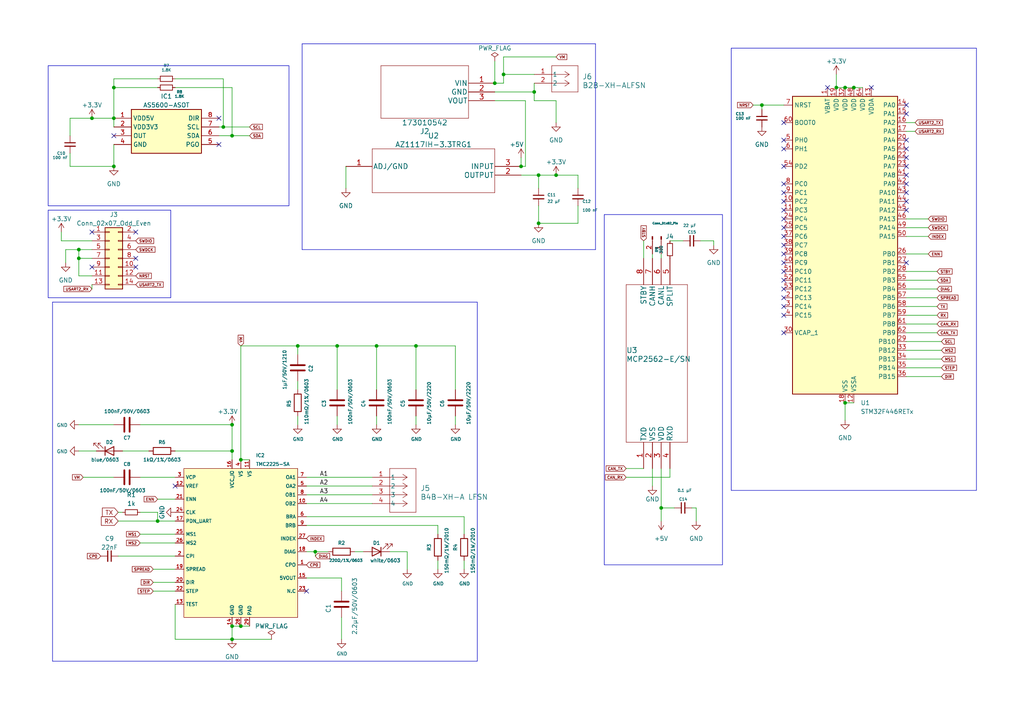
<source format=kicad_sch>
(kicad_sch (version 20230121) (generator eeschema)
  (paper "A4")
  (lib_symbols
    (symbol "2023-05-09_15-04-19:173010542" (pin_names (offset 0.254))
      (property "Reference" "J2" (at 20.32 -13.97 0))
      (property "Value" "173010542" (at 20.32 -11.43 0))
      (symbol "173010542_1_1"
        (pin power_in line (at 0 0 0) (length 7.62) (name "VIN") (number "1"))
        (pin power_in line (at 0 -2.54 0) (length 7.62) (name "GND") (number "2"))
        (pin power_out line (at 0 -5.08 0) (length 7.62) (name "VOUT") (number "3"))
      )
    )
    (symbol "2023-05-16_12-32-42:B2B-XH-ALFSN" (pin_names (offset 0.254))
      (property "Reference" "J" (at 8.89 6.35 0))
      (property "Value" "B2B-XH-ALFSN" (at 0 0 0))
      (symbol "B2B-XH-ALFSN_1_1"
        (pin unspecified line (at 0 0 0) (length 5.08) (name "1") (number "1"))
        (pin unspecified line (at 0 -2.54 0) (length 5.08) (name "2") (number "2"))
      )
      (symbol "B2B-XH-ALFSN_1_2"
        (pin unspecified line (at 0 0 0) (length 5.08) (name "1") (number "1"))
        (pin unspecified line (at 0 -2.54 0) (length 5.08) (name "2") (number "2"))
      )
    )
    (symbol "AS5600:AS5600-ASOT"
      (property "Reference" "IC" (at 26.67 7.62 0))
      (property "Value" "AS5600-ASOT" (at 26.67 5.08 0))
      (symbol "AS5600-ASOT_1_1"
        (pin passive line (at 0 0 0) (length 5.08) (name "VDD5V") (number "1"))
        (pin passive line (at 0 -2.54 0) (length 5.08) (name "VDD3V3") (number "2"))
        (pin passive line (at 0 -5.08 0) (length 5.08) (name "OUT") (number "3"))
        (pin passive line (at 0 -7.62 0) (length 5.08) (name "GND") (number "4"))
        (pin passive line (at 30.48 -7.62 180) (length 5.08) (name "PGO") (number "5"))
        (pin passive line (at 30.48 -5.08 180) (length 5.08) (name "SDA") (number "6"))
        (pin passive line (at 30.48 -2.54 180) (length 5.08) (name "SCL") (number "7"))
        (pin passive line (at 30.48 0 180) (length 5.08) (name "DIR") (number "8"))
      )
    )
    (symbol "AZ1117:AZ1117IH-3.3TRG1" (pin_names (offset 0.254))
      (property "Reference" "U2" (at 25.4 8.89 0))
      (property "Value" "AZ1117IH-3.3TRG1" (at 25.4 6.35 0))
      (symbol "AZ1117IH-3.3TRG1_1_1"
        (pin power_in line (at 0 0 0) (length 7.62) (name "ADJ/GND") (number "1"))
        (pin power_out line (at 50.8 -2.54 180) (length 7.62) (name "OUTPUT") (number "2"))
        (pin power_in line (at 50.8 0 180) (length 7.62) (name "INPUT") (number "3"))
      )
    )
    (symbol "Connector:Conn_01x02_Pin" (pin_names (offset 1.016) hide)
      (property "Reference" "J" (at 0 2.54 0))
      (property "Value" "Conn_01x02_Pin" (at 0 -5.08 0))
      (symbol "Conn_01x02_Pin_1_1"
        (pin passive line (at 5.08 0 180) (length 3.81) (name "Pin_1") (number "1"))
        (pin passive line (at 5.08 -2.54 180) (length 3.81) (name "Pin_2") (number "2"))
      )
    )
    (symbol "Connector_Generic:Conn_02x07_Odd_Even" (pin_names (offset 1.016) hide)
      (property "Reference" "J" (at 1.27 10.16 0))
      (property "Value" "Conn_02x07_Odd_Even" (at 1.27 -10.16 0))
      (symbol "Conn_02x07_Odd_Even_1_1"
        (pin passive line (at -5.08 7.62 0) (length 3.81) (name "Pin_1") (number "1"))
        (pin passive line (at 7.62 -2.54 180) (length 3.81) (name "Pin_10") (number "10"))
        (pin passive line (at -5.08 -5.08 0) (length 3.81) (name "Pin_11") (number "11"))
        (pin passive line (at 7.62 -5.08 180) (length 3.81) (name "Pin_12") (number "12"))
        (pin passive line (at -5.08 -7.62 0) (length 3.81) (name "Pin_13") (number "13"))
        (pin passive line (at 7.62 -7.62 180) (length 3.81) (name "Pin_14") (number "14"))
        (pin passive line (at 7.62 7.62 180) (length 3.81) (name "Pin_2") (number "2"))
        (pin passive line (at -5.08 5.08 0) (length 3.81) (name "Pin_3") (number "3"))
        (pin passive line (at 7.62 5.08 180) (length 3.81) (name "Pin_4") (number "4"))
        (pin passive line (at -5.08 2.54 0) (length 3.81) (name "Pin_5") (number "5"))
        (pin passive line (at 7.62 2.54 180) (length 3.81) (name "Pin_6") (number "6"))
        (pin passive line (at -5.08 0 0) (length 3.81) (name "Pin_7") (number "7"))
        (pin passive line (at 7.62 0 180) (length 3.81) (name "Pin_8") (number "8"))
        (pin passive line (at -5.08 -2.54 0) (length 3.81) (name "Pin_9") (number "9"))
      )
    )
    (symbol "Device:C" (pin_numbers hide) (pin_names (offset 0.254))
      (property "Reference" "C" (at 0.635 2.54 0))
      (property "Value" "C" (at 0.635 -2.54 0))
      (symbol "C_1_1"
        (pin passive line (at 0 3.81 270) (length 2.794) (name "~") (number "1"))
        (pin passive line (at 0 -3.81 90) (length 2.794) (name "~") (number "2"))
      )
    )
    (symbol "Device:C_Small" (pin_numbers hide) (pin_names (offset 0.254) hide)
      (property "Reference" "C" (at 0.254 1.778 0))
      (property "Value" "C_Small" (at 0.254 -2.032 0))
      (symbol "C_Small_1_1"
        (pin passive line (at 0 2.54 270) (length 2.032) (name "~") (number "1"))
        (pin passive line (at 0 -2.54 90) (length 2.032) (name "~") (number "2"))
      )
    )
    (symbol "Device:LED" (pin_numbers hide) (pin_names (offset 1.016) hide)
      (property "Reference" "D" (at 0 2.54 0))
      (property "Value" "LED" (at 0 -2.54 0))
      (symbol "LED_1_1"
        (pin passive line (at -3.81 0 0) (length 2.54) (name "K") (number "1"))
        (pin passive line (at 3.81 0 180) (length 2.54) (name "A") (number "2"))
      )
    )
    (symbol "Device:R" (pin_numbers hide) (pin_names (offset 0))
      (property "Reference" "R" (at 2.032 0 90))
      (property "Value" "R" (at 0 0 90))
      (symbol "R_1_1"
        (pin passive line (at 0 3.81 270) (length 1.27) (name "~") (number "1"))
        (pin passive line (at 0 -3.81 90) (length 1.27) (name "~") (number "2"))
      )
    )
    (symbol "Device:R_Small" (pin_numbers hide) (pin_names (offset 0.254) hide)
      (property "Reference" "R" (at 0.762 0.508 0))
      (property "Value" "R_Small" (at 0.762 -1.016 0))
      (symbol "R_Small_1_1"
        (pin passive line (at 0 2.54 270) (length 0.762) (name "~") (number "1"))
        (pin passive line (at 0 -2.54 90) (length 0.762) (name "~") (number "2"))
      )
    )
    (symbol "JST B4B-XH-A:B4B-XH-A_LFSN" (pin_names (offset 0.254))
      (property "Reference" "J" (at 8.89 6.35 0))
      (property "Value" "B4B-XH-A LFSN" (at 0 0 0))
      (symbol "B4B-XH-A_LFSN_1_1"
        (pin unspecified line (at 0 0 0) (length 5.08) (name "1") (number "1"))
        (pin unspecified line (at 0 -2.54 0) (length 5.08) (name "2") (number "2"))
        (pin unspecified line (at 0 -5.08 0) (length 5.08) (name "3") (number "3"))
        (pin unspecified line (at 0 -7.62 0) (length 5.08) (name "4") (number "4"))
      )
      (symbol "B4B-XH-A_LFSN_1_2"
        (pin unspecified line (at 0 0 0) (length 5.08) (name "1") (number "1"))
        (pin unspecified line (at 0 -2.54 0) (length 5.08) (name "2") (number "2"))
        (pin unspecified line (at 0 -5.08 0) (length 5.08) (name "3") (number "3"))
        (pin unspecified line (at 0 -7.62 0) (length 5.08) (name "4") (number "4"))
      )
    )
    (symbol "MCP2562-E/SN:MCP2562-E/SN" (pin_names (offset 0.254))
      (property "Reference" "U3" (at 34.29 5.08 90))
      (property "Value" "MCP2562-E/SN" (at 31.75 5.08 90))
      (symbol "MCP2562-E/SN_1_1"
        (pin input line (at 0 0 0) (length 7.62) (name "TXD") (number "1"))
        (pin power_in line (at 0 -2.54 0) (length 7.62) (name "VSS") (number "2"))
        (pin power_in line (at 0 -5.08 0) (length 7.62) (name "VDD") (number "3"))
        (pin output line (at 0 -7.62 0) (length 7.62) (name "RXD") (number "4"))
        (pin unspecified line (at 60.96 -7.62 180) (length 7.62) (name "SPLIT") (number "5"))
        (pin bidirectional line (at 60.96 -5.08 180) (length 7.62) (name "CANL") (number "6"))
        (pin bidirectional line (at 60.96 -2.54 180) (length 7.62) (name "CANH") (number "7"))
        (pin input line (at 60.96 0 180) (length 7.62) (name "STBY") (number "8"))
      )
    )
    (symbol "MCU_ST_STM32F4:STM32F446RETx"
      (property "Reference" "U" (at -15.24 44.45 0))
      (property "Value" "STM32F446RETx" (at 10.16 44.45 0))
      (symbol "STM32F446RETx_1_1"
        (pin power_in line (at -5.08 45.72 270) (length 2.54) (name "VBAT") (number "1"))
        (pin bidirectional line (at -17.78 12.7 0) (length 2.54) (name "PC2") (number "10"))
        (pin bidirectional line (at -17.78 10.16 0) (length 2.54) (name "PC3") (number "11"))
        (pin power_in line (at 2.54 -45.72 90) (length 2.54) (name "VSSA") (number "12"))
        (pin power_in line (at 7.62 45.72 270) (length 2.54) (name "VDDA") (number "13"))
        (pin bidirectional line (at 17.78 40.64 180) (length 2.54) (name "PA0") (number "14"))
        (pin bidirectional line (at 17.78 38.1 180) (length 2.54) (name "PA1") (number "15"))
        (pin bidirectional line (at 17.78 35.56 180) (length 2.54) (name "PA2") (number "16"))
        (pin bidirectional line (at 17.78 33.02 180) (length 2.54) (name "PA3") (number "17"))
        (pin power_in line (at 0 -45.72 90) (length 2.54) (name "VSS") (number "18"))
        (pin power_in line (at -2.54 45.72 270) (length 2.54) (name "VDD") (number "19"))
        (pin bidirectional line (at -17.78 -15.24 0) (length 2.54) (name "PC13") (number "2"))
        (pin bidirectional line (at 17.78 30.48 180) (length 2.54) (name "PA4") (number "20"))
        (pin bidirectional line (at 17.78 27.94 180) (length 2.54) (name "PA5") (number "21"))
        (pin bidirectional line (at 17.78 25.4 180) (length 2.54) (name "PA6") (number "22"))
        (pin bidirectional line (at 17.78 22.86 180) (length 2.54) (name "PA7") (number "23"))
        (pin bidirectional line (at -17.78 7.62 0) (length 2.54) (name "PC4") (number "24"))
        (pin bidirectional line (at -17.78 5.08 0) (length 2.54) (name "PC5") (number "25"))
        (pin bidirectional line (at 17.78 -2.54 180) (length 2.54) (name "PB0") (number "26"))
        (pin bidirectional line (at 17.78 -5.08 180) (length 2.54) (name "PB1") (number "27"))
        (pin bidirectional line (at 17.78 -7.62 180) (length 2.54) (name "PB2") (number "28"))
        (pin bidirectional line (at 17.78 -27.94 180) (length 2.54) (name "PB10") (number "29"))
        (pin bidirectional line (at -17.78 -17.78 0) (length 2.54) (name "PC14") (number "3"))
        (pin power_out line (at -17.78 -25.4 0) (length 2.54) (name "VCAP_1") (number "30"))
        (pin passive line (at 0 -45.72 90) (length 2.54) hide (name "VSS") (number "31"))
        (pin power_in line (at 0 45.72 270) (length 2.54) (name "VDD") (number "32"))
        (pin bidirectional line (at 17.78 -30.48 180) (length 2.54) (name "PB12") (number "33"))
        (pin bidirectional line (at 17.78 -33.02 180) (length 2.54) (name "PB13") (number "34"))
        (pin bidirectional line (at 17.78 -35.56 180) (length 2.54) (name "PB14") (number "35"))
        (pin bidirectional line (at 17.78 -38.1 180) (length 2.54) (name "PB15") (number "36"))
        (pin bidirectional line (at -17.78 2.54 0) (length 2.54) (name "PC6") (number "37"))
        (pin bidirectional line (at -17.78 0 0) (length 2.54) (name "PC7") (number "38"))
        (pin bidirectional line (at -17.78 -2.54 0) (length 2.54) (name "PC8") (number "39"))
        (pin bidirectional line (at -17.78 -20.32 0) (length 2.54) (name "PC15") (number "4"))
        (pin bidirectional line (at -17.78 -5.08 0) (length 2.54) (name "PC9") (number "40"))
        (pin bidirectional line (at 17.78 20.32 180) (length 2.54) (name "PA8") (number "41"))
        (pin bidirectional line (at 17.78 17.78 180) (length 2.54) (name "PA9") (number "42"))
        (pin bidirectional line (at 17.78 15.24 180) (length 2.54) (name "PA10") (number "43"))
        (pin bidirectional line (at 17.78 12.7 180) (length 2.54) (name "PA11") (number "44"))
        (pin bidirectional line (at 17.78 10.16 180) (length 2.54) (name "PA12") (number "45"))
        (pin bidirectional line (at 17.78 7.62 180) (length 2.54) (name "PA13") (number "46"))
        (pin passive line (at 0 -45.72 90) (length 2.54) hide (name "VSS") (number "47"))
        (pin power_in line (at 2.54 45.72 270) (length 2.54) (name "VDD") (number "48"))
        (pin bidirectional line (at 17.78 5.08 180) (length 2.54) (name "PA14") (number "49"))
        (pin bidirectional line (at -17.78 30.48 0) (length 2.54) (name "PH0") (number "5"))
        (pin bidirectional line (at 17.78 2.54 180) (length 2.54) (name "PA15") (number "50"))
        (pin bidirectional line (at -17.78 -7.62 0) (length 2.54) (name "PC10") (number "51"))
        (pin bidirectional line (at -17.78 -10.16 0) (length 2.54) (name "PC11") (number "52"))
        (pin bidirectional line (at -17.78 -12.7 0) (length 2.54) (name "PC12") (number "53"))
        (pin bidirectional line (at -17.78 22.86 0) (length 2.54) (name "PD2") (number "54"))
        (pin bidirectional line (at 17.78 -10.16 180) (length 2.54) (name "PB3") (number "55"))
        (pin bidirectional line (at 17.78 -12.7 180) (length 2.54) (name "PB4") (number "56"))
        (pin bidirectional line (at 17.78 -15.24 180) (length 2.54) (name "PB5") (number "57"))
        (pin bidirectional line (at 17.78 -17.78 180) (length 2.54) (name "PB6") (number "58"))
        (pin bidirectional line (at 17.78 -20.32 180) (length 2.54) (name "PB7") (number "59"))
        (pin bidirectional line (at -17.78 27.94 0) (length 2.54) (name "PH1") (number "6"))
        (pin input line (at -17.78 35.56 0) (length 2.54) (name "BOOT0") (number "60"))
        (pin bidirectional line (at 17.78 -22.86 180) (length 2.54) (name "PB8") (number "61"))
        (pin bidirectional line (at 17.78 -25.4 180) (length 2.54) (name "PB9") (number "62"))
        (pin passive line (at 0 -45.72 90) (length 2.54) hide (name "VSS") (number "63"))
        (pin power_in line (at 5.08 45.72 270) (length 2.54) (name "VDD") (number "64"))
        (pin input line (at -17.78 40.64 0) (length 2.54) (name "NRST") (number "7"))
        (pin bidirectional line (at -17.78 17.78 0) (length 2.54) (name "PC0") (number "8"))
        (pin bidirectional line (at -17.78 15.24 0) (length 2.54) (name "PC1") (number "9"))
      )
    )
    (symbol "power:+3.3V" (power) (pin_names (offset 0))
      (property "Value" "+3.3V" (at 0 3.556 0))
      (symbol "+3.3V_1_1"
        (pin power_in line (at 0 0 90) (length 0) hide (name "+3.3V") (number "1"))
      )
    )
    (symbol "power:+5V" (power) (pin_names (offset 0))
      (property "Value" "+5V" (at 0 3.556 0))
      (symbol "+5V_1_1"
        (pin power_in line (at 0 0 90) (length 0) hide (name "+5V") (number "1"))
      )
    )
    (symbol "power:GND" (power) (pin_names (offset 0))
      (property "Value" "GND" (at 0 -3.81 0))
      (symbol "GND_1_1"
        (pin power_in line (at 0 0 270) (length 0) hide (name "GND") (number "1"))
      )
    )
    (symbol "power:PWR_FLAG" (power) (pin_numbers hide) (pin_names (offset 0) hide)
      (property "Value" "PWR_FLAG" (at 0 3.81 0))
      (symbol "PWR_FLAG_0_0"
        (pin power_out line (at 0 0 90) (length 0) (name "pwr") (number "1"))
      )
    )
    (symbol "tmc:TMC2225-SA-tmc2225-sa"
      (property "Reference" "IC2" (at 4.3562 25.4 0))
      (property "Value" "TMC2225-SA" (at 4.3562 22.86 0))
      (symbol "TMC2225-SA-tmc2225-sa_1_1"
        (pin output line (at 19.05 -6.35 180) (length 2.54) (name "CPO") (number "1"))
        (pin power_out line (at 19.05 11.43 180) (length 2.54) (name "OB2") (number "10"))
        (pin power_in line (at 2.54 24.13 270) (length 2.54) (name "VS") (number "11"))
        (pin input line (at -19.05 16.51 0) (length 2.54) (name "VREF") (number "12"))
        (pin unspecified line (at -19.05 -17.78 0) (length 2.54) (name "TEST") (number "13"))
        (pin passive line (at -2.54 -24.13 90) (length 2.54) (name "GND") (number "14"))
        (pin power_out line (at 19.05 -10.16 180) (length 2.54) (name "5VOUT") (number "15"))
        (pin power_in line (at -2.54 24.13 270) (length 2.54) (name "VCC_IO") (number "16"))
        (pin input line (at -19.05 6.35 0) (length 2.54) (name "PDN_UART") (number "17"))
        (pin output line (at 19.05 -2.54 180) (length 2.54) (name "DIAG") (number "18"))
        (pin input line (at -19.05 -7.62 0) (length 2.54) (name "SPREAD") (number "19"))
        (pin input line (at -19.05 -3.81 0) (length 2.54) (name "CPI") (number "2"))
        (pin input line (at -19.05 -11.43 0) (length 2.54) (name "DIR") (number "20"))
        (pin input line (at -19.05 12.7 0) (length 2.54) (name "ENN") (number "21"))
        (pin input line (at -19.05 -13.97 0) (length 2.54) (name "STEP") (number "22"))
        (pin unspecified line (at 19.05 -13.97 180) (length 2.54) (name "N.C") (number "23"))
        (pin input line (at -19.05 8.89 0) (length 2.54) (name "CLK") (number "24"))
        (pin input line (at -19.05 2.54 0) (length 2.54) (name "MS1") (number "25"))
        (pin input line (at -19.05 0 0) (length 2.54) (name "MS2") (number "26"))
        (pin output line (at 19.05 1.27 180) (length 2.54) (name "INDEX") (number "27"))
        (pin passive line (at 0 -24.13 90) (length 2.54) (name "GND") (number "28"))
        (pin passive line (at 2.54 -24.13 90) (length 2.54) (name "PAD") (number "29"))
        (pin input line (at -19.05 19.05 0) (length 2.54) (name "VCP") (number "3"))
        (pin power_in line (at 0 24.13 270) (length 2.54) (name "VS") (number "4"))
        (pin power_out line (at 19.05 16.51 180) (length 2.54) (name "OA2") (number "5"))
        (pin output line (at 19.05 7.62 180) (length 2.54) (name "BRA") (number "6"))
        (pin power_out line (at 19.05 19.05 180) (length 2.54) (name "OA1") (number "7"))
        (pin power_out line (at 19.05 13.97 180) (length 2.54) (name "OB1") (number "8"))
        (pin output line (at 19.05 5.08 180) (length 2.54) (name "BRB") (number "9"))
      )
    )
  )
  (junction (at 245.11 116.84))
  (junction (at 120.65 100.33))
  (junction (at 156.21 64.77))
  (junction (at 154.94 26.67))
  (junction (at 67.31 130.81))
  (junction (at 97.79 100.33))
  (junction (at 220.98 30.48))
  (junction (at 191.77 147.32))
  (junction (at 33.02 34.29))
  (junction (at 143.51 24.13))
  (junction (at 151.13 48.26))
  (junction (at 45.72 151.13))
  (junction (at 64.77 36.83))
  (junction (at 67.31 123.19))
  (junction (at 161.29 50.8))
  (junction (at 67.31 39.37))
  (junction (at 33.02 25.4))
  (junction (at 26.67 34.29))
  (junction (at 91.44 160.02))
  (junction (at 22.86 74.93))
  (junction (at 156.21 50.8))
  (junction (at 33.02 48.26))
  (junction (at 247.65 25.4))
  (junction (at 22.86 72.39))
  (junction (at 67.31 185.42))
  (junction (at 86.36 100.33))
  (junction (at 245.11 25.4))
  (junction (at 242.57 25.4))
  (junction (at 67.31 181.61))
  (junction (at 146.05 21.59))
  (junction (at 109.22 100.33))
  (junction (at 69.85 133.35))
  (junction (at 69.85 181.61))
  (no_connect (at 262.89 60.96))
  (no_connect (at 262.89 76.2))
  (no_connect (at 262.89 50.8))
  (no_connect (at 227.33 91.44))
  (no_connect (at 227.33 60.96))
  (no_connect (at 262.89 53.34))
  (no_connect (at 227.33 58.42))
  (no_connect (at 26.67 67.31))
  (no_connect (at 227.33 43.18))
  (no_connect (at 50.8 140.97))
  (no_connect (at 262.89 30.48))
  (no_connect (at 227.33 63.5))
  (no_connect (at 227.33 81.28))
  (no_connect (at 227.33 55.88))
  (no_connect (at 262.89 40.64))
  (no_connect (at 88.9 171.45))
  (no_connect (at 227.33 76.2))
  (no_connect (at 262.89 55.88))
  (no_connect (at 26.67 77.47))
  (no_connect (at 63.5 41.91))
  (no_connect (at 39.37 77.47))
  (no_connect (at 227.33 86.36))
  (no_connect (at 227.33 66.04))
  (no_connect (at 227.33 71.12))
  (no_connect (at 227.33 88.9))
  (no_connect (at 262.89 58.42))
  (no_connect (at 262.89 48.26))
  (no_connect (at 227.33 78.74))
  (no_connect (at 227.33 68.58))
  (no_connect (at 227.33 48.26))
  (no_connect (at 39.37 74.93))
  (no_connect (at 33.02 39.37))
  (no_connect (at 227.33 53.34))
  (no_connect (at 252.73 25.4))
  (no_connect (at 63.5 34.29))
  (no_connect (at 39.37 67.31))
  (no_connect (at 227.33 40.64))
  (no_connect (at 227.33 96.52))
  (no_connect (at 240.03 25.4))
  (no_connect (at 227.33 73.66))
  (no_connect (at 227.33 83.82))
  (no_connect (at 227.33 35.56))
  (no_connect (at 262.89 45.72))
  (no_connect (at 262.89 43.18))
  (no_connect (at 262.89 33.02))
  (wire (pts (xy 69.85 181.61) (xy 72.39 181.61)))
  (wire (pts (xy 88.9 140.97) (xy 107.95 140.97)))
  (wire (pts (xy 146.05 21.59) (xy 154.94 21.59)))
  (wire (pts (xy 156.21 64.77) (xy 167.64 64.77)))
  (wire (pts (xy 67.31 123.19) (xy 40.64 123.19)))
  (wire (pts (xy 34.29 148.59) (xy 35.56 148.59)))
  (wire (pts (xy 146.05 16.51) (xy 161.29 16.51)))
  (wire (pts (xy 194.31 69.85) (xy 198.12 69.85)))
  (wire (pts (xy 262.89 38.1) (xy 265.43 38.1)))
  (wire (pts (xy 262.89 109.22) (xy 273.05 109.22)))
  (wire (pts (xy 154.94 29.21) (xy 161.29 29.21)))
  (wire (pts (xy 242.57 21.59) (xy 242.57 25.4)))
  (wire (pts (xy 143.51 29.21) (xy 152.4 29.21)))
  (wire (pts (xy 22.86 72.39) (xy 22.86 74.93)))
  (wire (pts (xy 262.89 66.04) (xy 269.24 66.04)))
  (wire (pts (xy 156.21 50.8) (xy 156.21 54.61)))
  (wire (pts (xy 273.05 104.14) (xy 262.89 104.14)))
  (wire (pts (xy 34.29 161.29) (xy 50.8 161.29)))
  (wire (pts (xy 64.77 22.86) (xy 64.77 36.83)))
  (wire (pts (xy 45.72 144.78) (xy 50.8 144.78)))
  (wire (pts (xy 27.94 130.81) (xy 22.86 130.81)))
  (wire (pts (xy 67.31 181.61) (xy 69.85 181.61)))
  (polyline (pts (xy 15.24 87.63) (xy 15.24 191.77)))
  (wire (pts (xy 134.62 162.56) (xy 134.62 165.1)))
  (wire (pts (xy 262.89 91.44) (xy 271.78 91.44)))
  (polyline (pts (xy 172.72 12.7) (xy 172.72 72.39)))
  (wire (pts (xy 167.64 50.8) (xy 161.29 50.8)))
  (wire (pts (xy 33.02 25.4) (xy 45.72 25.4)))
  (wire (pts (xy 45.72 148.59) (xy 45.72 151.13)))
  (wire (pts (xy 67.31 39.37) (xy 72.39 39.37)))
  (wire (pts (xy 88.9 149.86) (xy 134.62 149.86)))
  (wire (pts (xy 154.94 24.13) (xy 154.94 26.67)))
  (wire (pts (xy 191.77 147.32) (xy 195.58 147.32)))
  (wire (pts (xy 262.89 99.06) (xy 273.05 99.06)))
  (wire (pts (xy 95.25 160.02) (xy 91.44 160.02)))
  (wire (pts (xy 33.02 34.29) (xy 33.02 25.4)))
  (wire (pts (xy 220.98 30.48) (xy 220.98 31.75)))
  (wire (pts (xy 181.61 138.43) (xy 194.31 138.43)))
  (wire (pts (xy 262.89 88.9) (xy 271.78 88.9)))
  (wire (pts (xy 247.65 25.4) (xy 250.19 25.4)))
  (wire (pts (xy 242.57 25.4) (xy 245.11 25.4)))
  (wire (pts (xy 191.77 135.89) (xy 191.77 147.32)))
  (wire (pts (xy 88.9 138.43) (xy 107.95 138.43)))
  (wire (pts (xy 86.36 110.49) (xy 86.36 113.03)))
  (wire (pts (xy 245.11 116.84) (xy 247.65 116.84)))
  (wire (pts (xy 218.44 30.48) (xy 220.98 30.48)))
  (wire (pts (xy 67.31 185.42) (xy 78.74 185.42)))
  (wire (pts (xy 22.86 123.19) (xy 33.02 123.19)))
  (wire (pts (xy 143.51 26.67) (xy 154.94 26.67)))
  (wire (pts (xy 151.13 45.72) (xy 151.13 48.26)))
  (wire (pts (xy 262.89 86.36) (xy 271.78 86.36)))
  (wire (pts (xy 120.65 120.65) (xy 120.65 123.19)))
  (wire (pts (xy 127 152.4) (xy 127 154.94)))
  (wire (pts (xy 69.85 100.33) (xy 86.36 100.33)))
  (wire (pts (xy 191.77 147.32) (xy 191.77 151.13)))
  (wire (pts (xy 262.89 78.74) (xy 271.78 78.74)))
  (wire (pts (xy 86.36 100.33) (xy 97.79 100.33)))
  (wire (pts (xy 109.22 120.65) (xy 109.22 123.19)))
  (wire (pts (xy 194.31 138.43) (xy 194.31 135.89)))
  (wire (pts (xy 88.9 152.4) (xy 127 152.4)))
  (wire (pts (xy 203.2 69.85) (xy 207.01 69.85)))
  (wire (pts (xy 109.22 100.33) (xy 120.65 100.33)))
  (wire (pts (xy 151.13 50.8) (xy 156.21 50.8)))
  (polyline (pts (xy 172.72 72.39) (xy 87.63 72.39)))
  (wire (pts (xy 22.86 74.93) (xy 22.86 80.01)))
  (wire (pts (xy 262.89 68.58) (xy 269.24 68.58)))
  (wire (pts (xy 262.89 93.98) (xy 271.78 93.98)))
  (wire (pts (xy 200.66 147.32) (xy 201.93 147.32)))
  (wire (pts (xy 189.23 140.97) (xy 189.23 135.89)))
  (polyline (pts (xy 87.63 12.7) (xy 172.72 12.7)))
  (wire (pts (xy 220.98 30.48) (xy 227.33 30.48)))
  (wire (pts (xy 40.64 157.48) (xy 50.8 157.48)))
  (wire (pts (xy 99.06 185.42) (xy 99.06 179.07)))
  (wire (pts (xy 22.86 80.01) (xy 26.67 80.01)))
  (wire (pts (xy 97.79 120.65) (xy 97.79 123.19)))
  (wire (pts (xy 26.67 34.29) (xy 20.32 34.29)))
  (wire (pts (xy 86.36 102.87) (xy 86.36 100.33)))
  (wire (pts (xy 207.01 69.85) (xy 207.01 71.12)))
  (polyline (pts (xy 87.63 12.7) (xy 87.63 72.39)))
  (wire (pts (xy 181.61 135.89) (xy 186.69 135.89)))
  (wire (pts (xy 120.65 100.33) (xy 132.08 100.33)))
  (wire (pts (xy 17.78 69.85) (xy 17.78 67.31)))
  (wire (pts (xy 262.89 106.68) (xy 273.05 106.68)))
  (wire (pts (xy 20.32 48.26) (xy 33.02 48.26)))
  (wire (pts (xy 191.77 73.66) (xy 191.77 74.93)))
  (wire (pts (xy 262.89 83.82) (xy 271.78 83.82)))
  (wire (pts (xy 20.32 44.45) (xy 20.32 48.26)))
  (wire (pts (xy 245.11 116.84) (xy 245.11 121.92)))
  (wire (pts (xy 132.08 100.33) (xy 132.08 113.03)))
  (wire (pts (xy 109.22 113.03) (xy 109.22 100.33)))
  (wire (pts (xy 262.89 35.56) (xy 265.43 35.56)))
  (wire (pts (xy 33.02 41.91) (xy 33.02 48.26)))
  (wire (pts (xy 40.64 148.59) (xy 45.72 148.59)))
  (wire (pts (xy 43.18 130.81) (xy 35.56 130.81)))
  (wire (pts (xy 132.08 120.65) (xy 132.08 123.19)))
  (wire (pts (xy 26.67 72.39) (xy 22.86 72.39)))
  (wire (pts (xy 50.8 175.26) (xy 50.8 185.42)))
  (wire (pts (xy 99.06 167.64) (xy 99.06 171.45)))
  (wire (pts (xy 97.79 113.03) (xy 97.79 100.33)))
  (wire (pts (xy 33.02 25.4) (xy 33.02 22.86)))
  (wire (pts (xy 146.05 24.13) (xy 143.51 24.13)))
  (wire (pts (xy 26.67 83.82) (xy 26.67 82.55)))
  (wire (pts (xy 88.9 167.64) (xy 99.06 167.64)))
  (wire (pts (xy 167.64 54.61) (xy 167.64 50.8)))
  (wire (pts (xy 67.31 181.61) (xy 67.31 185.42)))
  (wire (pts (xy 50.8 151.13) (xy 45.72 151.13)))
  (wire (pts (xy 33.02 34.29) (xy 26.67 34.29)))
  (wire (pts (xy 19.05 72.39) (xy 19.05 76.2)))
  (wire (pts (xy 24.13 138.43) (xy 33.02 138.43)))
  (wire (pts (xy 88.9 146.05) (xy 107.95 146.05)))
  (wire (pts (xy 50.8 25.4) (xy 67.31 25.4)))
  (wire (pts (xy 67.31 133.35) (xy 67.31 130.81)))
  (wire (pts (xy 91.44 160.02) (xy 91.44 161.29)))
  (wire (pts (xy 44.45 168.91) (xy 50.8 168.91)))
  (wire (pts (xy 22.86 72.39) (xy 19.05 72.39)))
  (wire (pts (xy 44.45 165.1) (xy 50.8 165.1)))
  (wire (pts (xy 134.62 149.86) (xy 134.62 154.94)))
  (wire (pts (xy 152.4 48.26) (xy 151.13 48.26)))
  (wire (pts (xy 50.8 22.86) (xy 64.77 22.86)))
  (wire (pts (xy 146.05 16.51) (xy 146.05 21.59)))
  (wire (pts (xy 269.24 73.66) (xy 262.89 73.66)))
  (wire (pts (xy 44.45 171.45) (xy 50.8 171.45)))
  (wire (pts (xy 167.64 59.69) (xy 167.64 64.77)))
  (wire (pts (xy 118.11 160.02) (xy 118.11 165.1)))
  (wire (pts (xy 33.02 22.86) (xy 45.72 22.86)))
  (wire (pts (xy 69.85 100.33) (xy 69.85 133.35)))
  (wire (pts (xy 156.21 50.8) (xy 161.29 50.8)))
  (polyline (pts (xy 15.24 191.77) (xy 138.43 191.77)))
  (wire (pts (xy 120.65 113.03) (xy 120.65 100.33)))
  (wire (pts (xy 201.93 147.32) (xy 201.93 151.13)))
  (wire (pts (xy 146.05 21.59) (xy 146.05 24.13)))
  (wire (pts (xy 67.31 39.37) (xy 67.31 25.4)))
  (wire (pts (xy 262.89 63.5) (xy 269.24 63.5)))
  (wire (pts (xy 50.8 138.43) (xy 40.64 138.43)))
  (wire (pts (xy 105.41 160.02) (xy 102.87 160.02)))
  (wire (pts (xy 97.79 100.33) (xy 109.22 100.33)))
  (wire (pts (xy 189.23 73.66) (xy 189.23 74.93)))
  (wire (pts (xy 45.72 151.13) (xy 34.29 151.13)))
  (wire (pts (xy 69.85 133.35) (xy 72.39 133.35)))
  (wire (pts (xy 63.5 39.37) (xy 67.31 39.37)))
  (wire (pts (xy 64.77 36.83) (xy 72.39 36.83)))
  (wire (pts (xy 20.32 34.29) (xy 20.32 39.37)))
  (wire (pts (xy 245.11 25.4) (xy 247.65 25.4)))
  (polyline (pts (xy 15.24 87.63) (xy 138.43 87.63)))
  (wire (pts (xy 40.64 154.94) (xy 50.8 154.94)))
  (wire (pts (xy 154.94 29.21) (xy 154.94 26.67)))
  (polyline (pts (xy 138.43 87.63) (xy 138.43 191.77)))
  (wire (pts (xy 26.67 69.85) (xy 17.78 69.85)))
  (wire (pts (xy 186.69 69.85) (xy 186.69 74.93)))
  (wire (pts (xy 113.03 160.02) (xy 118.11 160.02)))
  (wire (pts (xy 88.9 143.51) (xy 107.95 143.51)))
  (wire (pts (xy 262.89 96.52) (xy 271.78 96.52)))
  (wire (pts (xy 152.4 29.21) (xy 152.4 48.26)))
  (wire (pts (xy 50.8 185.42) (xy 67.31 185.42)))
  (wire (pts (xy 273.05 101.6) (xy 262.89 101.6)))
  (wire (pts (xy 86.36 120.65) (xy 86.36 123.19)))
  (wire (pts (xy 63.5 36.83) (xy 64.77 36.83)))
  (wire (pts (xy 50.8 130.81) (xy 67.31 130.81)))
  (wire (pts (xy 22.86 74.93) (xy 26.67 74.93)))
  (wire (pts (xy 161.29 29.21) (xy 161.29 35.56)))
  (wire (pts (xy 127 162.56) (xy 127 165.1)))
  (wire (pts (xy 91.44 160.02) (xy 88.9 160.02)))
  (wire (pts (xy 143.51 17.78) (xy 143.51 24.13)))
  (wire (pts (xy 156.21 59.69) (xy 156.21 64.77)))
  (wire (pts (xy 67.31 130.81) (xy 67.31 123.19)))
  (wire (pts (xy 100.33 48.26) (xy 100.33 54.61)))
  (wire (pts (xy 262.89 81.28) (xy 271.78 81.28)))
  (wire (pts (xy 33.02 34.29) (xy 33.02 36.83)))
  (rectangle (start 175.26 62.23) (end 209.55 163.83))
  (rectangle (start 13.97 19.05) (end 83.82 59.69))
  (rectangle (start 13.97 60.96) (end 49.53 86.36))
  (rectangle (start 212.09 13.97) (end 283.21 142.24))
  (label "A3" (at 92.71 143.51 0))
  (label "A4" (at 92.71 146.05 0))
  (label "A1" (at 92.71 138.43 0))
  (label "A2" (at 92.71 140.97 0))
  (global_label "NRST" (shape input) (at 39.37 80.01 0) (effects (font (size 0.8 0.8))) (property "Intersheetrefs" "${INTERSHEET_REFS}" (effects hide)))
  (global_label "CP0" (shape input) (at 29.21 161.29 180) (effects (font (size 0.8 0.8))) (property "Intersheetrefs" "${INTERSHEET_REFS}" (effects hide)))
  (global_label "TX" (shape input) (at 34.29 148.59 180) (property "Intersheetrefs" "${INTERSHEET_REFS}" (effects hide)))
  (global_label "CAN_TX" (shape input) (at 181.61 135.89 180) (effects (font (size 0.8 0.8))) (property "Intersheetrefs" "${INTERSHEET_REFS}" (effects hide)))
  (global_label "DIAG" (shape input) (at 91.44 161.29 0) (effects (font (size 0.8 0.8))) (property "Intersheetrefs" "${INTERSHEET_REFS}" (effects hide)))
  (global_label "SDA" (shape input) (at 271.78 81.28 0) (effects (font (size 0.8 0.8))) (property "Intersheetrefs" "${INTERSHEET_REFS}" (effects hide)))
  (global_label "DIR" (shape input) (at 273.05 109.22 0) (effects (font (size 0.8 0.8))) (property "Intersheetrefs" "${INTERSHEET_REFS}" (effects hide)))
  (global_label "STEP" (shape input) (at 273.05 106.68 0) (effects (font (size 0.8 0.8))) (property "Intersheetrefs" "${INTERSHEET_REFS}" (effects hide)))
  (global_label "SCL" (shape input) (at 72.39 36.83 0) (effects (font (size 0.8 0.8))) (property "Intersheetrefs" "${INTERSHEET_REFS}" (effects hide)))
  (global_label "CAN_TX" (shape input) (at 271.78 96.52 0) (effects (font (size 0.8 0.8))) (property "Intersheetrefs" "${INTERSHEET_REFS}" (effects hide)))
  (global_label "SWDCK" (shape input) (at 39.37 72.39 0) (effects (font (size 0.8 0.8))) (property "Intersheetrefs" "${INTERSHEET_REFS}" (effects hide)))
  (global_label "SCL" (shape input) (at 273.05 99.06 0) (effects (font (size 0.8 0.8))) (property "Intersheetrefs" "${INTERSHEET_REFS}" (effects hide)))
  (global_label "DIAG" (shape input) (at 271.78 83.82 0) (effects (font (size 0.8 0.8))) (property "Intersheetrefs" "${INTERSHEET_REFS}" (effects hide)))
  (global_label "NRST" (shape input) (at 218.44 30.48 180) (effects (font (size 0.8 0.8))) (property "Intersheetrefs" "${INTERSHEET_REFS}" (effects hide)))
  (global_label "SWDIO" (shape input) (at 39.37 69.85 0) (effects (font (size 0.8 0.8))) (property "Intersheetrefs" "${INTERSHEET_REFS}" (effects hide)))
  (global_label "STBY" (shape input) (at 271.78 78.74 0) (effects (font (size 0.8 0.8))) (property "Intersheetrefs" "${INTERSHEET_REFS}" (effects hide)))
  (global_label "DIR" (shape input) (at 44.45 168.91 180) (effects (font (size 0.8 0.8))) (property "Intersheetrefs" "${INTERSHEET_REFS}" (effects hide)))
  (global_label "INDEX" (shape input) (at 269.24 68.58 0) (effects (font (size 0.8 0.8))) (property "Intersheetrefs" "${INTERSHEET_REFS}" (effects hide)))
  (global_label "MS2" (shape input) (at 40.64 157.48 180) (effects (font (size 0.8 0.8))) (property "Intersheetrefs" "${INTERSHEET_REFS}" (effects hide)))
  (global_label "SWDCK" (shape input) (at 269.24 66.04 0) (effects (font (size 0.8 0.8))) (property "Intersheetrefs" "${INTERSHEET_REFS}" (effects hide)))
  (global_label "SPREAD" (shape input) (at 44.45 165.1 180) (effects (font (size 0.8 0.8))) (property "Intersheetrefs" "${INTERSHEET_REFS}" (effects hide)))
  (global_label "MS2" (shape input) (at 273.05 101.6 0) (effects (font (size 0.8 0.8))) (property "Intersheetrefs" "${INTERSHEET_REFS}" (effects hide)))
  (global_label "SDA" (shape input) (at 72.39 39.37 0) (effects (font (size 0.8 0.8))) (property "Intersheetrefs" "${INTERSHEET_REFS}" (effects hide)))
  (global_label "VM" (shape input) (at 24.13 138.43 180) (effects (font (size 0.8 0.8))) (property "Intersheetrefs" "${INTERSHEET_REFS}" (effects hide)))
  (global_label "USART2_RX" (shape input) (at 265.43 38.1 0) (effects (font (size 0.8 0.8))) (property "Intersheetrefs" "${INTERSHEET_REFS}" (effects hide)))
  (global_label "CAN_RX" (shape input) (at 181.61 138.43 180) (effects (font (size 0.8 0.8))) (property "Intersheetrefs" "${INTERSHEET_REFS}" (effects hide)))
  (global_label "ENN" (shape input) (at 269.24 73.66 0) (effects (font (size 0.8 0.8))) (property "Intersheetrefs" "${INTERSHEET_REFS}" (effects hide)))
  (global_label "RX" (shape input) (at 34.29 151.13 180) (property "Intersheetrefs" "${INTERSHEET_REFS}" (effects hide)))
  (global_label "VM" (shape input) (at 69.85 100.33 90) (effects (font (size 0.8 0.8))) (property "Intersheetrefs" "${INTERSHEET_REFS}" (effects hide)))
  (global_label "STBY" (shape input) (at 186.69 69.85 90) (effects (font (size 0.8 0.8))) (property "Intersheetrefs" "${INTERSHEET_REFS}" (effects hide)))
  (global_label "USART2_RX" (shape input) (at 26.67 83.82 180) (effects (font (size 0.8 0.8))) (property "Intersheetrefs" "${INTERSHEET_REFS}" (effects hide)))
  (global_label "USART2_TX" (shape input) (at 265.43 35.56 0) (effects (font (size 0.8 0.8))) (property "Intersheetrefs" "${INTERSHEET_REFS}" (effects hide)))
  (global_label "MS1" (shape input) (at 273.05 104.14 0) (effects (font (size 0.8 0.8))) (property "Intersheetrefs" "${INTERSHEET_REFS}" (effects hide)))
  (global_label "CAN_RX" (shape input) (at 271.78 93.98 0) (effects (font (size 0.8 0.8))) (property "Intersheetrefs" "${INTERSHEET_REFS}" (effects hide)))
  (global_label "INDEX" (shape input) (at 88.9 156.21 0) (effects (font (size 0.8 0.8))) (property "Intersheetrefs" "${INTERSHEET_REFS}" (effects hide)))
  (global_label "USART2_TX" (shape input) (at 39.37 82.55 0) (effects (font (size 0.8 0.8))) (property "Intersheetrefs" "${INTERSHEET_REFS}" (effects hide)))
  (global_label "SWDIO" (shape input) (at 269.24 63.5 0) (effects (font (size 0.8 0.8))) (property "Intersheetrefs" "${INTERSHEET_REFS}" (effects hide)))
  (global_label "SPREAD" (shape input) (at 271.78 86.36 0) (effects (font (size 0.8 0.8))) (property "Intersheetrefs" "${INTERSHEET_REFS}" (effects hide)))
  (global_label "TX" (shape input) (at 271.78 88.9 0) (effects (font (size 0.8 0.8))) (property "Intersheetrefs" "${INTERSHEET_REFS}" (effects hide)))
  (global_label "VM" (shape input) (at 161.29 16.51 0) (effects (font (size 0.8 0.8))) (property "Intersheetrefs" "${INTERSHEET_REFS}" (effects hide)))
  (global_label "STEP" (shape input) (at 44.45 171.45 180) (effects (font (size 0.8 0.8))) (property "Intersheetrefs" "${INTERSHEET_REFS}" (effects hide)))
  (global_label "CP0" (shape input) (at 88.9 163.83 0) (effects (font (size 0.8 0.8))) (property "Intersheetrefs" "${INTERSHEET_REFS}" (effects hide)))
  (global_label "ENN" (shape input) (at 45.72 144.78 180) (effects (font (size 0.8 0.8))) (property "Intersheetrefs" "${INTERSHEET_REFS}" (effects hide)))
  (global_label "RX" (shape input) (at 271.78 91.44 0) (effects (font (size 0.8 0.8))) (property "Intersheetrefs" "${INTERSHEET_REFS}" (effects hide)))
  (global_label "MS1" (shape input) (at 40.64 154.94 180) (effects (font (size 0.8 0.8))) (property "Intersheetrefs" "${INTERSHEET_REFS}" (effects hide)))
  (symbol (lib_id "power:GND") (at 134.62 165.1 0) (unit 1)
    (property "Reference" "#PWR07" (effects hide))
    (property "Value" "GND" (at 134.747 169.291 0) (effects (font (size 0.9906 0.9906))))
  )
  (symbol (lib_id "Device:C") (at 36.83 138.43 90) (unit 1)
    (property "Reference" "C8" (at 36.83 134.62 90) (effects (font (size 0.9906 0.9906))))
    (property "Value" "100nF/50V/0603" (at 35.56 142.24 90) (effects (font (size 0.9906 0.9906))))
    (property "Footprint" "Capacitor_SMD:C_0603_1608Metric" (effects hide))
  )
  (symbol (lib_id "Device:C_Small") (at 20.32 41.91 0) (unit 1)
    (property "Reference" "C10" (at 16.51 44.45 0) (effects (font (size 0.8 0.8)) (justify left)))
    (property "Value" "100 nF" (at 15.24 45.72 0) (effects (font (size 0.8 0.8)) (justify left)))
    (property "Footprint" "Capacitor_SMD:C_0603_1608Metric_Pad1.08x0.95mm_HandSolder" (effects hide))
  )
  (symbol (lib_id "Device:C_Small") (at 156.21 57.15 0) (unit 1)
    (property "Reference" "C11" (at 158.75 56.5213 0) (effects (font (size 0.8 0.8)) (justify left)))
    (property "Value" "22 µF" (at 158.75 58.42 0) (effects (font (size 0.8 0.8)) (justify left)))
    (property "Footprint" "Capacitor_SMD:C_2220_5650Metric_Pad1.97x5.40mm_HandSolder" (effects hide))
  )
  (symbol (lib_id "power:GND") (at 127 165.1 0) (unit 1)
    (property "Reference" "#PWR06" (effects hide))
    (property "Value" "GND" (at 127.127 169.291 0) (effects (font (size 0.9906 0.9906))))
  )
  (symbol (lib_id "power:GND") (at 67.31 185.42 0) (unit 1)
    (property "Reference" "#PWR03" (effects hide))
    (property "Value" "GND" (at 67.31 190.5 0))
  )
  (symbol (lib_id "Device:R_Small") (at 48.26 22.86 90) (unit 1)
    (property "Reference" "R7" (at 48.26 19.05 90) (effects (font (size 0.8 0.8))))
    (property "Value" "1.8K" (at 48.26 20.32 90) (effects (font (size 0.8 0.8))))
    (property "Footprint" "Resistor_SMD:R_0603_1608Metric_Pad0.98x0.95mm_HandSolder" (effects hide))
  )
  (symbol (lib_id "AZ1117:AZ1117IH-3.3TRG1") (at 100.33 48.26 0) (unit 1)
    (property "Reference" "U2" (at 125.73 39.37 0) (effects (font (size 1.524 1.524))))
    (property "Value" "AZ1117IH-3.3TRG1" (at 125.73 41.91 0) (effects (font (size 1.524 1.524))))
    (property "Footprint" "AZ1117:AZ1117IH-3.3TRG1" (effects hide))
  )
  (symbol (lib_id "Device:C") (at 109.22 116.84 0) (unit 1)
    (property "Reference" "C4" (at 105.41 118.11 90) (effects (font (size 0.9906 0.9906)) (justify left)))
    (property "Value" "100nF/50V/0603" (at 113.03 123.19 90) (effects (font (size 0.9906 0.9906)) (justify left)))
    (property "Footprint" "Capacitor_SMD:C_0603_1608Metric" (effects hide))
  )
  (symbol (lib_id "power:GND") (at 86.36 123.19 0) (unit 1)
    (property "Reference" "#PWR08" (effects hide))
    (property "Value" "GND" (at 86.487 127.381 0) (effects (font (size 0.9906 0.9906))))
  )
  (symbol (lib_id "Device:R") (at 99.06 160.02 270) (unit 1)
    (property "Reference" "R2" (at 99.06 157.48 90) (effects (font (size 0.9906 0.9906))))
    (property "Value" "220Ω/1%/0603" (at 100.33 162.56 90) (effects (font (size 0.8 0.8))))
    (property "Footprint" "Resistor_SMD:R_0603_1608Metric" (effects hide))
  )
  (symbol (lib_id "tmc:TMC2225-SA-tmc2225-sa") (at 69.85 157.48 0) (unit 1)
    (property "Reference" "IC2" (at 74.2062 132.08 0) (effects (font (size 0.9906 0.9906)) (justify left)))
    (property "Value" "TMC2225-SA" (at 74.2062 134.62 0) (effects (font (size 0.9906 0.9906)) (justify left)))
    (property "Footprint" "TMC2255:HTSSOP28_TRI" (effects hide))
    (property "Datasheet" "https://www.digikey.de/en/datasheets/trinamic-motion-control-gmbh/trinamic-motion-control-gmbh-tmc220x_tmc222x_datasheet" (effects hide))
  )
  (symbol (lib_id "power:GND") (at 207.01 71.12 0) (unit 1)
    (property "Reference" "#PWR028" (effects hide))
    (property "Value" "GND" (at 207.01 76.2 0))
  )
  (symbol (lib_id "Device:R_Small") (at 48.26 25.4 90) (unit 1)
    (property "Reference" "R8" (at 52.07 26.67 90) (effects (font (size 0.8 0.8))))
    (property "Value" "1.8K" (at 52.07 27.94 90) (effects (font (size 0.8 0.8))))
    (property "Footprint" "Resistor_SMD:R_0603_1608Metric_Pad0.98x0.95mm_HandSolder" (effects hide))
  )
  (symbol (lib_id "power:GND") (at 50.8 148.59 270) (unit 1)
    (property "Reference" "#PWR018" (effects hide))
    (property "Value" "GND" (at 46.99 148.59 0))
  )
  (symbol (lib_id "power:GND") (at 99.06 185.42 0) (unit 1)
    (property "Reference" "#PWR04" (effects hide))
    (property "Value" "GND" (at 99.187 189.611 0) (effects (font (size 0.9906 0.9906))))
  )
  (symbol (lib_id "power:PWR_FLAG") (at 78.74 185.42 0) (unit 1)
    (property "Reference" "#FLG03" (effects hide))
    (property "Value" "PWR_FLAG" (at 78.74 181.61 0))
  )
  (symbol (lib_id "power:GND") (at 109.22 123.19 0) (unit 1)
    (property "Reference" "#PWR010" (effects hide))
    (property "Value" "GND" (at 109.347 127.381 0) (effects (font (size 0.9906 0.9906))))
  )
  (symbol (lib_id "power:GND") (at 33.02 48.26 0) (unit 1)
    (property "Reference" "#PWR01" (effects hide))
    (property "Value" "GND" (at 33.02 53.34 0))
  )
  (symbol (lib_id "power:GND") (at 220.98 36.83 0) (unit 1)
    (property "Reference" "#PWR025" (effects hide))
    (property "Value" "GND" (at 220.98 41.91 0))
  )
  (symbol (lib_id "JST B4B-XH-A:B4B-XH-A_LFSN") (at 107.95 138.43 0) (unit 1)
    (property "Reference" "J5" (at 121.92 141.605 0) (effects (font (size 1.524 1.524)) (justify left)))
    (property "Value" "B4B-XH-A LFSN" (at 121.92 144.145 0) (effects (font (size 1.524 1.524)) (justify left)))
    (property "Footprint" "JST 4 PINS:CONN_B4B-XH-A LFSN_JST" (effects hide))
    (property "Datasheet" "B4B-XH-A LFSN" (effects hide))
  )
  (symbol (lib_id "Device:C_Small") (at 198.12 147.32 90) (unit 1)
    (property "Reference" "C14" (at 199.39 144.78 90) (effects (font (size 0.8 0.8)) (justify left)))
    (property "Value" "0.1 µF" (at 200.66 142.24 90) (effects (font (size 0.8 0.8)) (justify left)))
    (property "Footprint" "Capacitor_SMD:C_0603_1608Metric_Pad1.08x0.95mm_HandSolder" (effects hide))
  )
  (symbol (lib_id "Device:C") (at 97.79 116.84 0) (unit 1)
    (property "Reference" "C3" (at 93.98 118.11 90) (effects (font (size 0.9906 0.9906)) (justify left)))
    (property "Value" "100nF/50V/0603" (at 101.6 123.19 90) (effects (font (size 0.9906 0.9906)) (justify left)))
    (property "Footprint" "Capacitor_SMD:C_0603_1608Metric" (effects hide))
  )
  (symbol (lib_id "Device:LED") (at 31.75 130.81 0) (mirror x) (unit 1)
    (property "Reference" "D2" (at 31.75 128.27 0) (effects (font (size 0.9906 0.9906))))
    (property "Value" "blue/0603" (at 30.48 133.35 0) (effects (font (size 0.9906 0.9906))))
    (property "Footprint" "LED_SMD:LED_0603_1608Metric_Pad1.05x0.95mm_HandSolder" (effects hide))
  )
  (symbol (lib_id "Device:R_Small") (at 194.31 72.39 180) (unit 1)
    (property "Reference" "R9" (at 190.5 72.39 90) (effects (font (size 0.8 0.8))))
    (property "Value" "300" (at 191.77 72.39 90) (effects (font (size 0.8 0.8))))
    (property "Footprint" "Resistor_SMD:R_0603_1608Metric_Pad0.98x0.95mm_HandSolder" (effects hide))
  )
  (symbol (lib_id "power:GND") (at 118.11 165.1 0) (unit 1)
    (property "Reference" "#PWR05" (effects hide))
    (property "Value" "GND" (at 118.237 169.291 0) (effects (font (size 0.9906 0.9906))))
  )
  (symbol (lib_id "Device:R") (at 134.62 158.75 0) (unit 1)
    (property "Reference" "R4" (at 132.08 158.75 90) (effects (font (size 0.9906 0.9906))))
    (property "Value" "150mΩ/1W/2010" (at 137.16 166.37 90) (effects (font (size 0.9906 0.9906)) (justify left)))
    (property "Footprint" "Resistor_SMD:R_2010_5025Metric" (effects hide))
  )
  (symbol (lib_id "power:GND") (at 100.33 54.61 0) (unit 1)
    (property "Reference" "#PWR020" (effects hide))
    (property "Value" "GND" (at 100.33 59.69 0))
  )
  (symbol (lib_id "power:GND") (at 19.05 76.2 0) (unit 1)
    (property "Reference" "#PWR024" (effects hide))
    (property "Value" "GND" (at 19.05 81.28 0))
  )
  (symbol (lib_id "Device:R") (at 46.99 130.81 270) (unit 1)
    (property "Reference" "R6" (at 46.99 128.27 90) (effects (font (size 0.9906 0.9906))))
    (property "Value" "1kΩ/1%/0603" (at 46.99 133.35 90) (effects (font (size 0.9906 0.9906))))
    (property "Footprint" "Resistor_SMD:R_0603_1608Metric" (effects hide))
  )
  (symbol (lib_id "Device:R") (at 127 158.75 0) (unit 1)
    (property "Reference" "R3" (at 124.46 158.75 90) (effects (font (size 0.9906 0.9906))))
    (property "Value" "150mΩ/1W/2010" (at 129.54 166.37 90) (effects (font (size 0.9906 0.9906)) (justify left)))
    (property "Footprint" "Resistor_SMD:R_2010_5025Metric" (effects hide))
  )
  (symbol (lib_id "power:+3.3V") (at 17.78 67.31 0) (unit 1)
    (property "Reference" "#PWR022" (effects hide))
    (property "Value" "+3.3V" (at 17.78 63.5 0))
  )
  (symbol (lib_id "power:GND") (at 161.29 35.56 0) (unit 1)
    (property "Reference" "#PWR019" (effects hide))
    (property "Value" "GND" (at 161.29 40.64 0))
  )
  (symbol (lib_id "power:GND") (at 201.93 151.13 0) (unit 1)
    (property "Reference" "#PWR029" (effects hide))
    (property "Value" "GND" (at 201.93 156.21 0))
  )
  (symbol (lib_id "power:+3.3V") (at 242.57 21.59 0) (unit 1)
    (property "Reference" "#PWR016" (effects hide))
    (property "Value" "+3.3V" (at 242.57 17.78 0))
  )
  (symbol (lib_id "Device:C") (at 132.08 116.84 0) (unit 1)
    (property "Reference" "C6" (at 128.27 118.11 90) (effects (font (size 0.9906 0.9906)) (justify left)))
    (property "Value" "10µF/50V/2220" (at 135.89 123.19 90) (effects (font (size 0.9906 0.9906)) (justify left)))
    (property "Footprint" "Capacitor_SMD:C_2220_5650Metric" (effects hide))
  )
  (symbol (lib_id "2023-05-09_15-04-19:173010542") (at 143.51 24.13 0) (mirror y) (unit 1)
    (property "Reference" "J2" (at 123.19 38.1 0) (effects (font (size 1.524 1.524))))
    (property "Value" "173010542" (at 123.19 35.56 0) (effects (font (size 1.524 1.524))))
    (property "Footprint" "Capacitor_SMD:C_01005_0402Metric_Pad0.57x0.30mm_HandSolder" (effects hide))
  )
  (symbol (lib_id "Device:C") (at 120.65 116.84 0) (unit 1)
    (property "Reference" "C5" (at 116.84 118.11 90) (effects (font (size 0.9906 0.9906)) (justify left)))
    (property "Value" "10µF/50V/2220" (at 124.46 123.19 90) (effects (font (size 0.9906 0.9906)) (justify left)))
    (property "Footprint" "Capacitor_SMD:C_2220_5650Metric" (effects hide))
  )
  (symbol (lib_id "power:GND") (at 22.86 130.81 270) (unit 1)
    (property "Reference" "#PWR014" (effects hide))
    (property "Value" "GND" (at 19.6342 130.937 90) (effects (font (size 0.9906 0.9906)) (justify right)))
  )
  (symbol (lib_id "Connector:Conn_01x02_Pin") (at 191.77 68.58 270) (unit 1)
    (property "Reference" "J4" (at 193.04 68.58 90) (effects (justify left)))
    (property "Value" "Conn_01x02_Pin" (at 189.23 64.77 90) (effects (font (size 0.6 0.6)) (justify left)))
    (property "Footprint" "Capacitor_SMD:C_2220_5650Metric_Pad1.97x5.40mm_HandSolder" (effects hide))
  )
  (symbol (lib_id "MCP2562-E/SN:MCP2562-E/SN") (at 186.69 135.89 90) (unit 1)
    (property "Reference" "U3" (at 181.61 101.6 90) (effects (font (size 1.524 1.524)) (justify right)))
    (property "Value" "MCP2562-E/SN" (at 181.61 104.14 90) (effects (font (size 1.524 1.524)) (justify right)))
    (property "Footprint" "MCP2562-E/SN:MCP2562-E&slash_SN" (effects hide))
  )
  (symbol (lib_id "Device:C") (at 99.06 175.26 0) (unit 1)
    (property "Reference" "C1" (at 95.25 177.8 90) (effects (justify left)))
    (property "Value" "2.2µF/50V/0603" (at 102.87 184.15 90) (effects (justify left)))
    (property "Footprint" "Capacitor_SMD:C_0603_1608Metric_Pad1.08x0.95mm_HandSolder" (effects hide))
  )
  (symbol (lib_id "power:+3.3V") (at 26.67 34.29 0) (unit 1)
    (property "Reference" "#PWR017" (effects hide))
    (property "Value" "+3.3V" (at 26.67 30.48 0))
  )
  (symbol (lib_id "Device:R_Small") (at 38.1 148.59 90) (unit 1)
    (property "Reference" "R1" (at 38.1 143.51 90))
    (property "Value" "1k" (at 38.1 146.05 90))
    (property "Footprint" "Resistor_SMD:R_0603_1608Metric_Pad0.98x0.95mm_HandSolder" (effects hide))
  )
  (symbol (lib_id "Device:LED") (at 109.22 160.02 180) (unit 1)
    (property "Reference" "D1" (at 109.22 157.48 0) (effects (font (size 0.9906 0.9906))))
    (property "Value" "white/0603" (at 111.76 162.56 0) (effects (font (size 0.9906 0.9906))))
    (property "Footprint" "LED_SMD:LED_0603_1608Metric_Pad1.05x0.95mm_HandSolder" (effects hide))
  )
  (symbol (lib_id "Device:C") (at 36.83 123.19 270) (unit 1)
    (property "Reference" "C7" (at 36.83 127 90) (effects (font (size 0.9906 0.9906))))
    (property "Value" "100nF/50V/0603" (at 36.83 119.3038 90) (effects (font (size 0.9906 0.9906))))
    (property "Footprint" "Capacitor_SMD:C_0603_1608Metric" (effects hide))
  )
  (symbol (lib_id "Device:C_Small") (at 200.66 69.85 90) (unit 1)
    (property "Reference" "C15" (at 201.93 67.31 90) (effects (font (size 0.8 0.8)) (justify left)))
    (property "Value" "22 µF" (at 201.93 65.4113 90) (effects (font (size 0.8 0.8)) (justify left)))
    (property "Footprint" "Capacitor_SMD:C_2220_5650Metric_Pad1.97x5.40mm_HandSolder" (effects hide))
  )
  (symbol (lib_id "power:GND") (at 156.21 64.77 0) (unit 1)
    (property "Reference" "#PWR021" (effects hide))
    (property "Value" "GND" (at 156.21 69.85 0))
  )
  (symbol (lib_id "Device:C_Small") (at 31.75 161.29 270) (unit 1)
    (property "Reference" "C9" (at 31.7436 156.21 90))
    (property "Value" "22nF" (at 31.7436 158.75 90))
    (property "Footprint" "Capacitor_SMD:C_0603_1608Metric_Pad1.08x0.95mm_HandSolder" (effects hide))
  )
  (symbol (lib_id "2023-05-16_12-32-42:B2B-XH-ALFSN") (at 154.94 21.59 0) (unit 1)
    (property "Reference" "J6" (at 168.91 22.225 0) (effects (font (size 1.524 1.524)) (justify left)))
    (property "Value" "B2B-XH-ALFSN" (at 168.91 24.765 0) (effects (font (size 1.524 1.524)) (justify left)))
    (property "Footprint" "JST 2 pins:CONN_B2B-XH-ALFSN_JST" (effects hide))
    (property "Datasheet" "B2B-XH-ALFSN" (effects hide))
  )
  (symbol (lib_id "power:+3.3V") (at 161.29 50.8 0) (unit 1)
    (property "Reference" "#PWR023" (effects hide))
    (property "Value" "+3.3V" (at 161.29 46.99 0))
  )
  (symbol (lib_id "power:GND") (at 97.79 123.19 0) (unit 1)
    (property "Reference" "#PWR09" (effects hide))
    (property "Value" "GND" (at 97.917 127.381 0) (effects (font (size 0.9906 0.9906))))
  )
  (symbol (lib_id "power:GND") (at 22.86 123.19 270) (unit 1)
    (property "Reference" "#PWR013" (effects hide))
    (property "Value" "GND" (at 19.6342 123.317 90) (effects (font (size 0.9906 0.9906)) (justify right)))
  )
  (symbol (lib_id "power:GND") (at 189.23 140.97 0) (unit 1)
    (property "Reference" "#PWR030" (effects hide))
    (property "Value" "GND" (at 189.23 144.78 0))
  )
  (symbol (lib_id "power:GND") (at 245.11 121.92 0) (unit 1)
    (property "Reference" "#PWR02" (effects hide))
    (property "Value" "GND" (at 245.11 127 0))
  )
  (symbol (lib_id "Device:R") (at 86.36 116.84 0) (unit 1)
    (property "Reference" "R5" (at 83.82 118.11 90) (effects (font (size 0.9906 0.9906)) (justify left)))
    (property "Value" "110mΩ/1%/0603" (at 88.9 123.19 90) (effects (font (size 0.9906 0.9906)) (justify left)))
    (property "Footprint" "Resistor_SMD:R_0603_1608Metric" (effects hide))
  )
  (symbol (lib_id "power:+3.3V") (at 67.31 123.19 0) (unit 1)
    (property "Reference" "#PWR015" (effects hide))
    (property "Value" "+3.3V" (at 66.04 119.38 0))
  )
  (symbol (lib_id "power:+5V") (at 191.77 151.13 180) (unit 1)
    (property "Reference" "#PWR026" (effects hide))
    (property "Value" "+5V" (at 191.77 156.21 0))
  )
  (symbol (lib_id "AS5600:AS5600-ASOT") (at 33.02 34.29 0) (unit 1)
    (property "Reference" "IC1" (at 48.26 27.94 0))
    (property "Value" "AS5600-ASOT" (at 48.26 30.48 0))
    (property "Footprint" "AS5600:SOIC127P600X175-8N" (effects hide))
    (property "Datasheet" "https://datasheet.datasheetarchive.com/originals/distributors/DKDS-11/214624.pdf" (effects hide))
    (property "Height" "1.75" (effects hide))
    (property "Mouser Part Number" "985-AS5600-ASOT" (effects hide))
    (property "Mouser Price/Stock" "https://www.mouser.co.uk/ProductDetail/ams/AS5600-ASOT?qs=KTMMzrZdriGJpjhsnAEYBA%3D%3D" (effects hide))
    (property "Manufacturer_Name" "ams" (effects hide))
    (property "Manufacturer_Part_Number" "AS5600-ASOT" (effects hide))
  )
  (symbol (lib_id "Connector_Generic:Conn_02x07_Odd_Even") (at 31.75 74.93 0) (unit 1)
    (property "Reference" "J3" (at 33.02 62.23 0))
    (property "Value" "Conn_02x07_Odd_Even" (at 33.02 64.77 0))
    (property "Footprint" "Capacitor_SMD:C_0603_1608Metric_Pad1.08x0.95mm_HandSolder" (effects hide))
  )
  (symbol (lib_id "power:GND") (at 120.65 123.19 0) (unit 1)
    (property "Reference" "#PWR011" (effects hide))
    (property "Value" "GND" (at 120.777 127.381 0) (effects (font (size 0.9906 0.9906))))
  )
  (symbol (lib_id "power:+5V") (at 151.13 45.72 0) (unit 1)
    (property "Reference" "#PWR027" (effects hide))
    (property "Value" "+5V" (at 149.86 41.91 0))
  )
  (symbol (lib_id "power:GND") (at 132.08 123.19 0) (unit 1)
    (property "Reference" "#PWR012" (effects hide))
    (property "Value" "GND" (at 132.207 127.381 0) (effects (font (size 0.9906 0.9906))))
  )
  (symbol (lib_id "Device:C") (at 86.36 106.68 0) (unit 1)
    (property "Reference" "C2" (at 90.17 107.95 90) (effects (font (size 0.9906 0.9906)) (justify left)))
    (property "Value" "1µF/50V/1210" (at 82.55 113.03 90) (effects (font (size 0.9906 0.9906)) (justify left)))
    (property "Footprint" "Capacitor_SMD:C_1210_3225Metric" (effects hide))
  )
  (symbol (lib_id "MCU_ST_STM32F4:STM32F446RETx") (at 245.11 71.12 0) (unit 1)
    (property "Reference" "U1" (at 249.6059 116.84 0) (effects (justify left)))
    (property "Value" "STM32F446RETx" (at 249.6059 119.38 0) (effects (justify left)))
    (property "Footprint" "Package_QFP:LQFP-64_10x10mm_P0.5mm" (effects hide))
    (property "Datasheet" "https://www.st.com/resource/en/datasheet/stm32f446re.pdf" (effects hide))
  )
  (symbol (lib_id "Device:C_Small") (at 220.98 34.29 0) (unit 1)
    (property "Reference" "C13" (at 213.36 33.02 0) (effects (font (size 0.8 0.8)) (justify left)))
    (property "Value" "100 nF" (at 213.36 34.29 0) (effects (font (size 0.8 0.8)) (justify left)))
    (property "Footprint" "Capacitor_SMD:C_0603_1608Metric_Pad1.08x0.95mm_HandSolder" (effects hide))
  )
  (symbol (lib_id "power:PWR_FLAG") (at 143.51 17.78 0) (unit 1)
    (property "Reference" "#FLG01" (effects hide))
    (property "Value" "PWR_FLAG" (at 143.51 13.97 0))
  )
  (symbol (lib_id "Device:C_Small") (at 167.64 57.15 0) (unit 1)
    (property "Reference" "C12" (at 168.91 58.42 0) (effects (font (size 0.8 0.8)) (justify left)))
    (property "Value" "100 nF" (at 168.91 60.96 0) (effects (font (size 0.8 0.8)) (justify left)))
    (property "Footprint" "Capacitor_SMD:C_0603_1608Metric_Pad1.08x0.95mm_HandSolder" (effects hide))
  )
)
</source>
